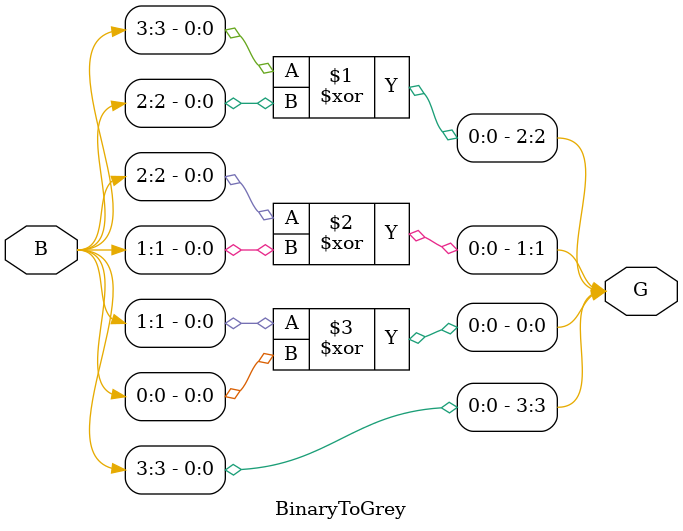
<source format=v>
`timescale 1ns / 1ps


module BinaryToGrey(B, G);

input [3:0] B;
output [3:0] G;

assign G[3] = B[3];
assign G[2] = B[3] ^ B[2];
assign G[1] = B[2] ^ B[1];
assign G[0] = B[1] ^ B[0];

endmodule
</source>
